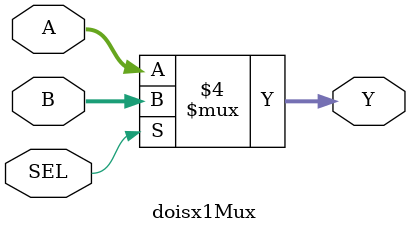
<source format=v>

module doisx1Mux(
  input [63:0] A,B,
  input SEL,
  output reg[63:0] Y);
  always @ (A or B or SEL)
    begin 
      if (SEL==0)
        Y=A;
      else
        Y=B;
    end
endmodule
</source>
